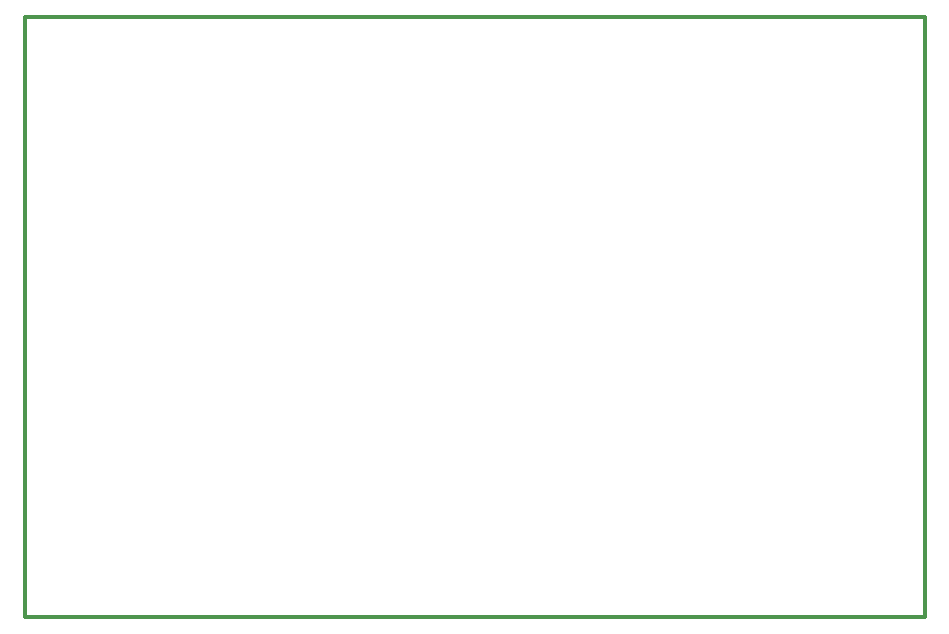
<source format=gbo>
G75*
%MOIN*%
%OFA0B0*%
%FSLAX24Y24*%
%IPPOS*%
%LPD*%
%AMOC8*
5,1,8,0,0,1.08239X$1,22.5*
%
%ADD10C,0.0140*%
D10*
X000170Y000170D02*
X000170Y020170D01*
X030170Y020170D01*
X030170Y000170D01*
X000170Y000170D01*
M02*

</source>
